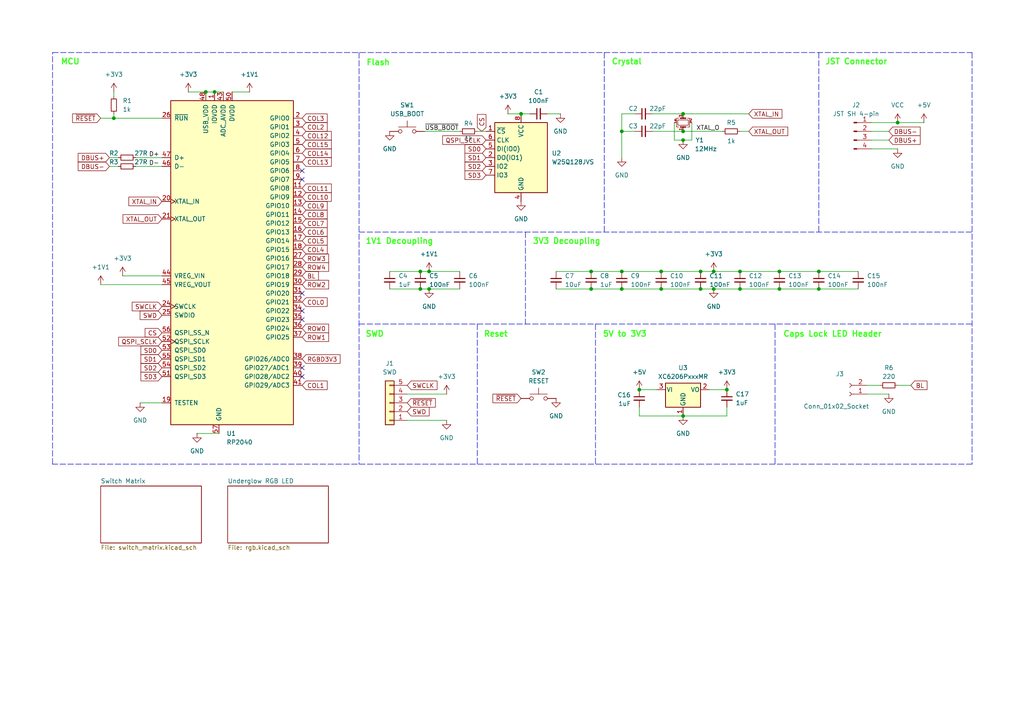
<source format=kicad_sch>
(kicad_sch (version 20231120) (generator "eeschema") (generator_version "8.0")
  (paper "A4")
  (title_block (title "Desire65 - 65% Hotswap PCB") (date "2024-05-18") (rev "1.0"))
  (lib_symbols
    (symbol "Connector:Conn_01x02_Socket" (pin_names (offset 1.016) hide)
      (property "Reference" "J" (at 0 2.54 0))
      (property "Value" "Conn_01x02_Socket" (at 0 -5.08 0))
      (symbol "Conn_01x02_Socket_1_1"
        (arc (start 0 -2.032) (mid -0.5058 -2.54) (end 0 -3.048) (stroke (width 0.1524)))
        (polyline (pts (xy -1.27 -2.54) (xy -0.508 -2.54)) (stroke (width 0.1524)))
        (polyline (pts (xy -1.27 0) (xy -0.508 0)) (stroke (width 0.1524)))
        (arc (start 0 0.508) (mid -0.5058 0) (end 0 -0.508) (stroke (width 0.1524)))
        (pin passive line (at -5.08 0 0) (length 3.81) (name "Pin_1") (number "1"))
        (pin passive line (at -5.08 -2.54 0) (length 3.81) (name "Pin_2") (number "2"))
      )
    )
    (symbol "Connector:Conn_01x04_Pin" (pin_names (offset 1.016) hide)
      (property "Reference" "J" (at 0 5.08 0))
      (property "Value" "Conn_01x04_Pin" (at 0 -7.62 0))
      (symbol "Conn_01x04_Pin_1_1"
        (polyline (pts (xy 1.27 -5.08) (xy 0.8636 -5.08)) (stroke (width 0.1524)))
        (polyline (pts (xy 1.27 -2.54) (xy 0.8636 -2.54)) (stroke (width 0.1524)))
        (polyline (pts (xy 1.27 0) (xy 0.8636 0)) (stroke (width 0.1524)))
        (polyline (pts (xy 1.27 2.54) (xy 0.8636 2.54)) (stroke (width 0.1524)))
        (rectangle (start 0.8636 -4.953) (end 0 -5.207) (stroke (width 0.1524)) (fill (type outline)))
        (rectangle (start 0.8636 -2.413) (end 0 -2.667) (stroke (width 0.1524)) (fill (type outline)))
        (rectangle (start 0.8636 0.127) (end 0 -0.127) (stroke (width 0.1524)) (fill (type outline)))
        (rectangle (start 0.8636 2.667) (end 0 2.413) (stroke (width 0.1524)) (fill (type outline)))
        (pin passive line (at 5.08 2.54 180) (length 3.81) (name "Pin_1") (number "1"))
        (pin passive line (at 5.08 0 180) (length 3.81) (name "Pin_2") (number "2"))
        (pin passive line (at 5.08 -2.54 180) (length 3.81) (name "Pin_3") (number "3"))
        (pin passive line (at 5.08 -5.08 180) (length 3.81) (name "Pin_4") (number "4"))
      )
    )
    (symbol "Connector_Generic:Conn_01x05" (pin_names (offset 1.016) hide)
      (property "Reference" "J" (at 0 7.62 0))
      (property "Value" "Conn_01x05" (at 0 -7.62 0))
      (symbol "Conn_01x05_1_1"
        (rectangle (start -1.27 -4.953) (end 0 -5.207) (stroke (width 0.1524)))
        (rectangle (start -1.27 -2.413) (end 0 -2.667) (stroke (width 0.1524)))
        (rectangle (start -1.27 0.127) (end 0 -0.127) (stroke (width 0.1524)))
        (rectangle (start -1.27 2.667) (end 0 2.413) (stroke (width 0.1524)))
        (rectangle (start -1.27 5.207) (end 0 4.953) (stroke (width 0.1524)))
        (rectangle (start -1.27 6.35) (end 1.27 -6.35) (stroke (width 0.254)) (fill (type background)))
        (pin passive line (at -5.08 5.08 0) (length 3.81) (name "Pin_1") (number "1"))
        (pin passive line (at -5.08 2.54 0) (length 3.81) (name "Pin_2") (number "2"))
        (pin passive line (at -5.08 0 0) (length 3.81) (name "Pin_3") (number "3"))
        (pin passive line (at -5.08 -2.54 0) (length 3.81) (name "Pin_4") (number "4"))
        (pin passive line (at -5.08 -5.08 0) (length 3.81) (name "Pin_5") (number "5"))
      )
    )
    (symbol "Device:C_Small" (pin_numbers hide) (pin_names (offset 0.254) hide)
      (property "Reference" "C" (at 0.254 1.778 0))
      (property "Value" "C_Small" (at 0.254 -2.032 0))
      (symbol "C_Small_0_1"
        (polyline (pts (xy -1.524 -0.508) (xy 1.524 -0.508)) (stroke (width 0.3302)))
        (polyline (pts (xy -1.524 0.508) (xy 1.524 0.508)) (stroke (width 0.3048)))
      )
      (symbol "C_Small_1_1"
        (pin passive line (at 0 2.54 270) (length 2.032) (name "~") (number "1"))
        (pin passive line (at 0 -2.54 90) (length 2.032) (name "~") (number "2"))
      )
    )
    (symbol "Device:Crystal_GND24_Small" (pin_names (offset 1.016) hide)
      (property "Reference" "Y" (at 1.27 4.445 0))
      (property "Value" "Crystal_GND24_Small" (at 1.27 2.54 0))
      (symbol "Crystal_GND24_Small_0_1"
        (rectangle (start -0.762 -1.524) (end 0.762 1.524))
        (polyline (pts (xy -1.27 -0.762) (xy -1.27 0.762)) (stroke (width 0.381)))
        (polyline (pts (xy 1.27 -0.762) (xy 1.27 0.762)) (stroke (width 0.381)))
        (polyline (pts (xy -1.27 -1.27) (xy -1.27 -1.905) (xy 1.27 -1.905) (xy 1.27 -1.27)))
        (polyline (pts (xy -1.27 1.27) (xy -1.27 1.905) (xy 1.27 1.905) (xy 1.27 1.27)))
      )
      (symbol "Crystal_GND24_Small_1_1"
        (pin passive line (at -2.54 0 0) (length 1.27) (name "1") (number "1"))
        (pin passive line (at 0 -2.54 90) (length 0.635) (name "2") (number "2"))
        (pin passive line (at 2.54 0 180) (length 1.27) (name "3") (number "3"))
        (pin passive line (at 0 2.54 270) (length 0.635) (name "4") (number "4"))
      )
    )
    (symbol "Device:R_Small" (pin_numbers hide) (pin_names (offset 0.254) hide)
      (property "Reference" "R" (at 0.762 0.508 0))
      (property "Value" "R_Small" (at 0.762 -1.016 0))
      (symbol "R_Small_0_1"
        (rectangle (start -0.762 1.778) (end 0.762 -1.778) (stroke (width 0.2032)))
      )
      (symbol "R_Small_1_1"
        (pin passive line (at 0 2.54 270) (length 0.762) (name "~") (number "1"))
        (pin passive line (at 0 -2.54 90) (length 0.762) (name "~") (number "2"))
      )
    )
    (symbol "Memory_Flash:W25Q128JVS"
      (property "Reference" "U" (at -8.89 8.89 0))
      (property "Value" "W25Q128JVS" (at 7.62 8.89 0))
      (symbol "W25Q128JVS_0_1"
        (rectangle (start -7.62 10.16) (end 7.62 -10.16) (stroke (width 0.254)) (fill (type background)))
      )
      (symbol "W25Q128JVS_1_1"
        (pin input line (at -10.16 7.62 0) (length 2.54) (name "~{CS}") (number "1"))
        (pin bidirectional line (at -10.16 0 0) (length 2.54) (name "DO(IO1)") (number "2"))
        (pin bidirectional line (at -10.16 -2.54 0) (length 2.54) (name "IO2") (number "3"))
        (pin power_in line (at 0 -12.7 90) (length 2.54) (name "GND") (number "4"))
        (pin bidirectional line (at -10.16 2.54 0) (length 2.54) (name "DI(IO0)") (number "5"))
        (pin input line (at -10.16 5.08 0) (length 2.54) (name "CLK") (number "6"))
        (pin bidirectional line (at -10.16 -5.08 0) (length 2.54) (name "IO3") (number "7"))
        (pin power_in line (at 0 12.7 270) (length 2.54) (name "VCC") (number "8"))
      )
    )
    (symbol "Regulator_Linear:XC6206PxxxMR" (pin_names (offset 0.254))
      (property "Reference" "U" (at -3.81 3.175 0))
      (property "Value" "XC6206PxxxMR" (at 0 3.175 0))
      (symbol "XC6206PxxxMR_0_1"
        (rectangle (start -5.08 1.905) (end 5.08 -5.08) (stroke (width 0.254)) (fill (type background)))
      )
      (symbol "XC6206PxxxMR_1_1"
        (pin power_in line (at 0 -7.62 90) (length 2.54) (name "GND") (number "1"))
        (pin power_out line (at 7.62 0 180) (length 2.54) (name "VO") (number "2"))
        (pin power_in line (at -7.62 0 0) (length 2.54) (name "VI") (number "3"))
      )
    )
    (symbol "Sleep-lib:RP2040" (pin_names (offset 1.016))
      (property "Reference" "U" (at 8.89 51.435 0))
      (property "Value" "RP2040" (at 8.89 48.895 0))
      (symbol "RP2040_0_0"
        (rectangle (start -17.78 -45.72) (end 17.78 48.26) (stroke (width 0.254)) (fill (type background)))
      )
      (symbol "RP2040_1_1"
        (pin power_in line (at -5.08 50.8 270) (length 2.54) (name "IOVDD") (number "1"))
        (pin power_in line (at -5.08 50.8 270) (length 2.54) hide (name "IOVDD") (number "10"))
        (pin input line (at 20.32 22.86 180) (length 2.54) (name "GPIO8") (number "11"))
        (pin input line (at 20.32 20.32 180) (length 2.54) (name "GPIO9") (number "12"))
        (pin input line (at 20.32 17.78 180) (length 2.54) (name "GPIO10") (number "13"))
        (pin input line (at 20.32 15.24 180) (length 2.54) (name "GPIO11") (number "14"))
        (pin input line (at 20.32 12.7 180) (length 2.54) (name "GPIO12") (number "15"))
        (pin input line (at 20.32 10.16 180) (length 2.54) (name "GPIO13") (number "16"))
        (pin input line (at 20.32 7.62 180) (length 2.54) (name "GPIO14") (number "17"))
        (pin input line (at 20.32 5.08 180) (length 2.54) (name "GPIO15") (number "18"))
        (pin input line (at -20.32 -39.37 0) (length 2.54) (name "TESTEN") (number "19"))
        (pin input line (at 20.32 43.18 180) (length 2.54) (name "GPIO0") (number "2"))
        (pin input clock (at -20.32 19.05 0) (length 2.54) (name "XTAL_IN") (number "20"))
        (pin input clock (at -20.32 13.97 0) (length 2.54) (name "XTAL_OUT") (number "21"))
        (pin power_in line (at -5.08 50.8 270) (length 2.54) hide (name "IOVDD") (number "22"))
        (pin power_in line (at 0 50.8 270) (length 2.54) hide (name "DVDD") (number "23"))
        (pin input clock (at -20.32 -11.43 0) (length 2.54) (name "SWCLK") (number "24"))
        (pin bidirectional line (at -20.32 -13.97 0) (length 2.54) (name "SWDIO") (number "25"))
        (pin input line (at -20.32 43.18 0) (length 2.54) (name "~{RUN}") (number "26"))
        (pin input line (at 20.32 2.54 180) (length 2.54) (name "GPIO16") (number "27"))
        (pin input line (at 20.32 0 180) (length 2.54) (name "GPIO17") (number "28"))
        (pin input line (at 20.32 -2.54 180) (length 2.54) (name "GPIO18") (number "29"))
        (pin input line (at 20.32 40.64 180) (length 2.54) (name "GPIO1") (number "3"))
        (pin input line (at 20.32 -5.08 180) (length 2.54) (name "GPIO19") (number "30"))
        (pin input line (at 20.32 -7.62 180) (length 2.54) (name "GPIO20") (number "31"))
        (pin input line (at 20.32 -10.16 180) (length 2.54) (name "GPIO21") (number "32"))
        (pin power_in line (at -5.08 50.8 270) (length 2.54) hide (name "IOVDD") (number "33"))
        (pin input line (at 20.32 -12.7 180) (length 2.54) (name "GPIO22") (number "34"))
        (pin input line (at 20.32 -15.24 180) (length 2.54) (name "GPIO23") (number "35"))
        (pin input line (at 20.32 -17.78 180) (length 2.54) (name "GPIO24") (number "36"))
        (pin input line (at 20.32 -20.32 180) (length 2.54) (name "GPIO25") (number "37"))
        (pin input line (at 20.32 -26.67 180) (length 2.54) (name "GPIO26/ADC0") (number "38"))
        (pin input line (at 20.32 -29.21 180) (length 2.54) (name "GPIO27/ADC1") (number "39"))
        (pin input line (at 20.32 38.1 180) (length 2.54) (name "GPIO2") (number "4"))
        (pin input line (at 20.32 -31.75 180) (length 2.54) (name "GPIO28/ADC2") (number "40"))
        (pin input line (at 20.32 -34.29 180) (length 2.54) (name "GPIO29/ADC3") (number "41"))
        (pin power_in line (at -5.08 50.8 270) (length 2.54) hide (name "IOVDD") (number "42"))
        (pin power_in line (at -2.54 50.8 270) (length 2.54) (name "ADC_AVDD") (number "43"))
        (pin power_in line (at -20.32 -2.54 0) (length 2.54) (name "VREG_VIN") (number "44"))
        (pin power_out line (at -20.32 -5.08 0) (length 2.54) (name "VREG_VOUT") (number "45"))
        (pin bidirectional line (at -20.32 29.21 0) (length 2.54) (name "D-") (number "46"))
        (pin bidirectional line (at -20.32 31.75 0) (length 2.54) (name "D+") (number "47"))
        (pin power_in line (at -7.62 50.8 270) (length 2.54) (name "USB_VDD") (number "48"))
        (pin power_in line (at -5.08 50.8 270) (length 2.54) hide (name "IOVDD") (number "49"))
        (pin input line (at 20.32 35.56 180) (length 2.54) (name "GPIO3") (number "5"))
        (pin power_in line (at 0 50.8 270) (length 2.54) (name "DVDD") (number "50"))
        (pin bidirectional line (at -20.32 -31.75 0) (length 2.54) (name "QSPI_SD3") (number "51"))
        (pin input clock (at -20.32 -21.59 0) (length 2.54) (name "QSPI_SCLK") (number "52"))
        (pin bidirectional line (at -20.32 -24.13 0) (length 2.54) (name "QSPI_SD0") (number "53"))
        (pin bidirectional line (at -20.32 -29.21 0) (length 2.54) (name "QSPI_SD2") (number "54"))
        (pin bidirectional line (at -20.32 -26.67 0) (length 2.54) (name "QSPI_SD1") (number "55"))
        (pin bidirectional line (at -20.32 -19.05 0) (length 2.54) (name "QSPI_SS_N") (number "56"))
        (pin power_in line (at -3.81 -48.26 90) (length 2.54) (name "GND") (number "57"))
        (pin input line (at 20.32 33.02 180) (length 2.54) (name "GPIO4") (number "6"))
        (pin input line (at 20.32 30.48 180) (length 2.54) (name "GPIO5") (number "7"))
        (pin input line (at 20.32 27.94 180) (length 2.54) (name "GPIO6") (number "8"))
        (pin input line (at 20.32 25.4 180) (length 2.54) (name "GPIO7") (number "9"))
      )
    )
    (symbol "Switch:SW_Push" (pin_numbers hide) (pin_names (offset 1.016) hide)
      (property "Reference" "SW" (at 1.27 2.54 0))
      (property "Value" "SW_Push" (at 0 -1.524 0))
      (symbol "SW_Push_0_1"
        (circle (center -2.032 0) (radius 0.508))
        (polyline (pts (xy 0 1.27) (xy 0 3.048)))
        (polyline (pts (xy 2.54 1.27) (xy -2.54 1.27)))
        (circle (center 2.032 0) (radius 0.508))
        (pin passive line (at -5.08 0 0) (length 2.54) (name "1") (number "1"))
        (pin passive line (at 5.08 0 180) (length 2.54) (name "2") (number "2"))
      )
    )
    (symbol "power:+1V1" (power) (pin_numbers hide) (pin_names (offset 0) hide)
      (property "Value" "+1V1" (at 0 3.556 0))
      (symbol "+1V1_0_1"
        (polyline (pts (xy -0.762 1.27) (xy 0 2.54)))
        (polyline (pts (xy 0 0) (xy 0 2.54)))
        (polyline (pts (xy 0 2.54) (xy 0.762 1.27)))
      )
      (symbol "+1V1_1_1"
        (pin power_in line (at 0 0 90) (length 0) (name "~") (number "1"))
      )
    )
    (symbol "power:+3V3" (power) (pin_numbers hide) (pin_names (offset 0) hide)
      (property "Value" "+3V3" (at 0 3.556 0))
      (symbol "+3V3_0_1"
        (polyline (pts (xy -0.762 1.27) (xy 0 2.54)))
        (polyline (pts (xy 0 0) (xy 0 2.54)))
        (polyline (pts (xy 0 2.54) (xy 0.762 1.27)))
      )
      (symbol "+3V3_1_1"
        (pin power_in line (at 0 0 90) (length 0) (name "~") (number "1"))
      )
    )
    (symbol "power:+5V" (power) (pin_numbers hide) (pin_names (offset 0) hide)
      (property "Value" "+5V" (at 0 3.556 0))
      (symbol "+5V_0_1"
        (polyline (pts (xy -0.762 1.27) (xy 0 2.54)))
        (polyline (pts (xy 0 0) (xy 0 2.54)))
        (polyline (pts (xy 0 2.54) (xy 0.762 1.27)))
      )
      (symbol "+5V_1_1"
        (pin power_in line (at 0 0 90) (length 0) (name "~") (number "1"))
      )
    )
    (symbol "power:GND" (power) (pin_numbers hide) (pin_names (offset 0) hide)
      (property "Value" "GND" (at 0 -3.81 0))
      (symbol "GND_0_1"
        (polyline (pts (xy 0 0) (xy 0 -1.27) (xy 1.27 -1.27) (xy 0 -2.54) (xy -1.27 -1.27) (xy 0 -1.27)))
      )
      (symbol "GND_1_1"
        (pin power_in line (at 0 0 270) (length 0) (name "~") (number "1"))
      )
    )
    (symbol "power:VCC" (power) (pin_numbers hide) (pin_names (offset 0) hide)
      (property "Value" "VCC" (at 0 3.556 0))
      (symbol "VCC_0_1"
        (polyline (pts (xy -0.762 1.27) (xy 0 2.54)))
        (polyline (pts (xy 0 0) (xy 0 2.54)))
        (polyline (pts (xy 0 2.54) (xy 0.762 1.27)))
      )
      (symbol "VCC_1_1"
        (pin power_in line (at 0 0 90) (length 0) (name "~") (number "1"))
      )
    )
  )
  (junction (at 203.2 83.82))
  (junction (at 198.12 120.65))
  (junction (at 191.77 78.74))
  (junction (at 180.34 38.1))
  (junction (at 226.06 83.82))
  (junction (at 121.92 83.82))
  (junction (at 198.12 38.1))
  (junction (at 171.45 78.74))
  (junction (at 180.34 78.74))
  (junction (at 207.01 78.74))
  (junction (at 214.63 83.82))
  (junction (at 203.2 78.74))
  (junction (at 185.42 113.03))
  (junction (at 180.34 83.82))
  (junction (at 191.77 83.82))
  (junction (at 121.92 78.74))
  (junction (at 210.82 113.03))
  (junction (at 237.49 83.82))
  (junction (at 237.49 78.74))
  (junction (at 33.02 34.29))
  (junction (at 214.63 78.74))
  (junction (at 151.13 33.02))
  (junction (at 260.35 35.56))
  (junction (at 124.46 83.82))
  (junction (at 59.69 26.67))
  (junction (at 124.46 78.74))
  (junction (at 207.01 83.82))
  (junction (at 198.12 40.64))
  (junction (at 171.45 83.82))
  (junction (at 62.23 26.67))
  (junction (at 226.06 78.74))
  (junction (at 198.12 33.02))
  (no_connect (at 87.63 90.17))
  (no_connect (at 87.63 109.22))
  (no_connect (at 87.63 106.68))
  (no_connect (at 87.63 52.07))
  (no_connect (at 87.63 49.53))
  (no_connect (at 87.63 85.09))
  (no_connect (at 87.63 92.71))
  (polyline (pts (xy 138.43 93.98) (xy 138.43 134.62)) (stroke (width 0) (type dash)))
  (wire (pts (xy 189.23 33.02) (xy 198.12 33.02)))
  (polyline (pts (xy 104.14 67.31) (xy 281.94 67.31)) (stroke (width 0) (type dash)))
  (wire (pts (xy 237.49 83.82) (xy 248.92 83.82)))
  (wire (pts (xy 180.34 78.74) (xy 191.77 78.74)))
  (wire (pts (xy 195.58 40.64) (xy 198.12 40.64)))
  (wire (pts (xy 210.82 120.65) (xy 210.82 118.11)))
  (wire (pts (xy 200.66 40.64) (xy 200.66 35.56)))
  (wire (pts (xy 35.56 80.01) (xy 46.99 80.01)))
  (wire (pts (xy 57.15 125.73) (xy 63.5 125.73)))
  (wire (pts (xy 252.73 43.18) (xy 260.35 43.18)))
  (wire (pts (xy 133.35 38.1) (xy 123.19 38.1)))
  (wire (pts (xy 198.12 40.64) (xy 200.66 40.64)))
  (wire (pts (xy 237.49 78.74) (xy 248.92 78.74)))
  (polyline (pts (xy 15.24 15.24) (xy 281.94 15.24)) (stroke (width 0) (type dash)))
  (wire (pts (xy 226.06 78.74) (xy 237.49 78.74)))
  (wire (pts (xy 158.75 33.02) (xy 162.56 33.02)))
  (wire (pts (xy 207.01 78.74) (xy 214.63 78.74)))
  (wire (pts (xy 198.12 120.65) (xy 210.82 120.65)))
  (wire (pts (xy 59.69 26.67) (xy 62.23 26.67)))
  (wire (pts (xy 29.21 34.29) (xy 33.02 34.29)))
  (wire (pts (xy 118.11 121.92) (xy 129.54 121.92)))
  (wire (pts (xy 121.92 78.74) (xy 124.46 78.74)))
  (wire (pts (xy 214.63 83.82) (xy 226.06 83.82)))
  (wire (pts (xy 251.46 111.76) (xy 255.27 111.76)))
  (wire (pts (xy 124.46 83.82) (xy 133.35 83.82)))
  (wire (pts (xy 180.34 38.1) (xy 180.34 45.72)))
  (wire (pts (xy 54.61 26.67) (xy 59.69 26.67)))
  (wire (pts (xy 40.64 116.84) (xy 46.99 116.84)))
  (wire (pts (xy 124.46 78.74) (xy 133.35 78.74)))
  (wire (pts (xy 198.12 33.02) (xy 217.17 33.02)))
  (wire (pts (xy 252.73 40.64) (xy 257.81 40.64)))
  (wire (pts (xy 191.77 83.82) (xy 203.2 83.82)))
  (wire (pts (xy 138.43 38.1) (xy 140.97 38.1)))
  (wire (pts (xy 203.2 78.74) (xy 207.01 78.74)))
  (wire (pts (xy 33.02 26.67) (xy 33.02 27.94)))
  (polyline (pts (xy 175.26 15.24) (xy 175.26 67.31)) (stroke (width 0) (type dash)))
  (polyline (pts (xy 15.24 134.62) (xy 15.24 15.24)) (stroke (width 0) (type dash)))
  (wire (pts (xy 185.42 118.11) (xy 185.42 120.65)))
  (wire (pts (xy 147.32 33.02) (xy 151.13 33.02)))
  (wire (pts (xy 184.15 33.02) (xy 180.34 33.02)))
  (wire (pts (xy 31.75 45.72) (xy 34.29 45.72)))
  (wire (pts (xy 161.29 83.82) (xy 171.45 83.82)))
  (wire (pts (xy 161.29 78.74) (xy 171.45 78.74)))
  (wire (pts (xy 33.02 33.02) (xy 33.02 34.29)))
  (wire (pts (xy 185.42 113.03) (xy 190.5 113.03)))
  (wire (pts (xy 198.12 38.1) (xy 209.55 38.1)))
  (polyline (pts (xy 224.79 93.98) (xy 224.79 134.62)) (stroke (width 0) (type dash)))
  (wire (pts (xy 39.37 48.26) (xy 46.99 48.26)))
  (wire (pts (xy 29.21 82.55) (xy 46.99 82.55)))
  (wire (pts (xy 252.73 35.56) (xy 260.35 35.56)))
  (wire (pts (xy 191.77 78.74) (xy 203.2 78.74)))
  (polyline (pts (xy 281.94 134.62) (xy 15.24 134.62)) (stroke (width 0) (type dash)))
  (wire (pts (xy 252.73 38.1) (xy 257.81 38.1)))
  (wire (pts (xy 171.45 83.82) (xy 180.34 83.82)))
  (wire (pts (xy 31.75 48.26) (xy 34.29 48.26)))
  (wire (pts (xy 185.42 120.65) (xy 198.12 120.65)))
  (wire (pts (xy 180.34 33.02) (xy 180.34 38.1)))
  (polyline (pts (xy 172.72 93.98) (xy 172.72 134.62)) (stroke (width 0) (type dash)))
  (wire (pts (xy 260.35 35.56) (xy 267.97 35.56)))
  (polyline (pts (xy 281.94 15.24) (xy 281.94 134.62)) (stroke (width 0) (type dash)))
  (wire (pts (xy 151.13 33.02) (xy 153.67 33.02)))
  (polyline (pts (xy 104.14 15.24) (xy 104.14 134.62)) (stroke (width 0) (type dash)))
  (wire (pts (xy 214.63 38.1) (xy 217.17 38.1)))
  (wire (pts (xy 189.23 38.1) (xy 198.12 38.1)))
  (wire (pts (xy 171.45 78.74) (xy 180.34 78.74)))
  (wire (pts (xy 33.02 34.29) (xy 46.99 34.29)))
  (wire (pts (xy 207.01 83.82) (xy 214.63 83.82)))
  (wire (pts (xy 118.11 114.3) (xy 129.54 114.3)))
  (wire (pts (xy 62.23 26.67) (xy 64.77 26.67)))
  (wire (pts (xy 67.31 26.67) (xy 72.39 26.67)))
  (wire (pts (xy 260.35 111.76) (xy 264.16 111.76)))
  (wire (pts (xy 180.34 83.82) (xy 191.77 83.82)))
  (wire (pts (xy 39.37 45.72) (xy 46.99 45.72)))
  (wire (pts (xy 205.74 113.03) (xy 210.82 113.03)))
  (wire (pts (xy 203.2 83.82) (xy 207.01 83.82)))
  (wire (pts (xy 195.58 35.56) (xy 195.58 40.64)))
  (wire (pts (xy 251.46 114.3) (xy 257.81 114.3)))
  (wire (pts (xy 121.92 83.82) (xy 124.46 83.82)))
  (polyline (pts (xy 237.49 15.24) (xy 237.49 67.31)) (stroke (width 0) (type dash)))
  (polyline (pts (xy 152.4 67.31) (xy 152.4 93.98)) (stroke (width 0) (type dash)))
  (wire (pts (xy 113.03 83.82) (xy 121.92 83.82)))
  (wire (pts (xy 113.03 78.74) (xy 121.92 78.74)))
  (wire (pts (xy 214.63 78.74) (xy 226.06 78.74)))
  (polyline (pts (xy 104.14 93.98) (xy 281.94 93.98)) (stroke (width 0) (type dash)))
  (wire (pts (xy 180.34 38.1) (xy 184.15 38.1)))
  (wire (pts (xy 226.06 83.82) (xy 237.49 83.82)))
  (text "JST Connector" (at 239.268 18.034 0) (effects (font (size 1.651 1.651) (thickness 0.3302) (bold yes)) (justify left)))
  (text "5V to 3V3" (at 174.752 97.028 0) (effects (font (size 1.651 1.651) (thickness 0.3302) (bold yes)) (justify left)))
  (text "SWD" (at 105.918 97.028 0) (effects (font (size 1.651 1.651) (thickness 0.3302) (bold yes)) (justify left)))
  (text "MCU" (at 17.526 18.034 0) (effects (font (size 1.651 1.651) (thickness 0.3302) (bold yes)) (justify left)))
  (text "Caps Lock LED Header" (at 227.076 97.028 0) (effects (font (size 1.651 1.651) (thickness 0.3302) (bold yes)) (justify left)))
  (text "1V1 Decoupling" (at 105.918 70.104 0) (effects (font (size 1.651 1.651) (thickness 0.3302) (bold yes)) (justify left)))
  (text "Reset" (at 140.208 97.028 0) (effects (font (size 1.651 1.651) (thickness 0.3302) (bold yes)) (justify left)))
  (text "Flash" (at 106.172 18.288 0) (effects (font (size 1.651 1.651) (thickness 0.3302) (bold yes)) (justify left)))
  (text "Crystal" (at 177.292 18.034 0) (effects (font (size 1.651 1.651) (thickness 0.3302) (bold yes)) (justify left)))
  (text "3V3 Decoupling" (at 154.432 70.104 0) (effects (font (size 1.651 1.651) (thickness 0.3302) (bold yes)) (justify left)))
  (label "D+" (at 43.18 45.72 0))
  (label "D-" (at 43.18 48.26 0))
  (label "XTAL_O" (at 201.93 38.1 0))
  (label "~{USB_BOOT}" (at 123.19 38.1 0))
  (global_label "SWCLK" (shape input) (at 46.99 88.9 180) (property "Intersheetrefs" "${INTERSHEET_REFS}" (effects (hide yes))))
  (global_label "ROW1" (shape input) (at 87.63 97.79 0) (property "Intersheetrefs" "${INTERSHEET_REFS}" (effects (hide yes))))
  (global_label "COL2" (shape input) (at 87.63 36.83 0) (property "Intersheetrefs" "${INTERSHEET_REFS}" (effects (hide yes))))
  (global_label "COL6" (shape input) (at 87.63 67.31 0) (property "Intersheetrefs" "${INTERSHEET_REFS}" (effects (hide yes))))
  (global_label "COL4" (shape input) (at 87.63 72.39 0) (property "Intersheetrefs" "${INTERSHEET_REFS}" (effects (hide yes))))
  (global_label "SD1" (shape input) (at 46.99 104.14 180) (property "Intersheetrefs" "${INTERSHEET_REFS}" (effects (hide yes))))
  (global_label "COL15" (shape input) (at 87.63 41.91 0) (property "Intersheetrefs" "${INTERSHEET_REFS}" (effects (hide yes))))
  (global_label "DBUS-" (shape input) (at 257.81 38.1 0) (property "Intersheetrefs" "${INTERSHEET_REFS}" (effects (hide yes))))
  (global_label "SD2" (shape input) (at 140.97 48.26 180) (property "Intersheetrefs" "${INTERSHEET_REFS}" (effects (hide yes))))
  (global_label "COL10" (shape input) (at 87.63 57.15 0) (property "Intersheetrefs" "${INTERSHEET_REFS}" (effects (hide yes))))
  (global_label "SD3" (shape input) (at 46.99 109.22 180) (property "Intersheetrefs" "${INTERSHEET_REFS}" (effects (hide yes))))
  (global_label "BL" (shape input) (at 264.16 111.76 0) (property "Intersheetrefs" "${INTERSHEET_REFS}" (effects (hide yes))))
  (global_label "ROW4" (shape input) (at 87.63 77.47 0) (property "Intersheetrefs" "${INTERSHEET_REFS}" (effects (hide yes))))
  (global_label "COL5" (shape input) (at 87.63 69.85 0) (property "Intersheetrefs" "${INTERSHEET_REFS}" (effects (hide yes))))
  (global_label "COL3" (shape input) (at 87.63 34.29 0) (property "Intersheetrefs" "${INTERSHEET_REFS}" (effects (hide yes))))
  (global_label "RGBD3V3" (shape input) (at 87.63 104.14 0) (property "Intersheetrefs" "${INTERSHEET_REFS}" (effects (hide yes))))
  (global_label "COL14" (shape input) (at 87.63 44.45 0) (property "Intersheetrefs" "${INTERSHEET_REFS}" (effects (hide yes))))
  (global_label "SD3" (shape input) (at 140.97 50.8 180) (property "Intersheetrefs" "${INTERSHEET_REFS}" (effects (hide yes))))
  (global_label "SWCLK" (shape input) (at 118.11 111.76 0) (property "Intersheetrefs" "${INTERSHEET_REFS}" (effects (hide yes))))
  (global_label "BL" (shape input) (at 87.63 80.01 0) (property "Intersheetrefs" "${INTERSHEET_REFS}" (effects (hide yes))))
  (global_label "COL9" (shape input) (at 87.63 59.69 0) (property "Intersheetrefs" "${INTERSHEET_REFS}" (effects (hide yes))))
  (global_label "QSPI_SCLK" (shape input) (at 46.99 99.06 180) (property "Intersheetrefs" "${INTERSHEET_REFS}" (effects (hide yes))))
  (global_label "SD0" (shape input) (at 140.97 43.18 180) (property "Intersheetrefs" "${INTERSHEET_REFS}" (effects (hide yes))))
  (global_label "XTAL_OUT" (shape input) (at 217.17 38.1 0) (property "Intersheetrefs" "${INTERSHEET_REFS}" (effects (hide yes))))
  (global_label "SWD" (shape input) (at 118.11 119.38 0) (property "Intersheetrefs" "${INTERSHEET_REFS}" (effects (hide yes))))
  (global_label "COL8" (shape input) (at 87.63 62.23 0) (property "Intersheetrefs" "${INTERSHEET_REFS}" (effects (hide yes))))
  (global_label "SD2" (shape input) (at 46.99 106.68 180) (property "Intersheetrefs" "${INTERSHEET_REFS}" (effects (hide yes))))
  (global_label "COL13" (shape input) (at 87.63 46.99 0) (property "Intersheetrefs" "${INTERSHEET_REFS}" (effects (hide yes))))
  (global_label "SWD" (shape input) (at 46.99 91.44 180) (property "Intersheetrefs" "${INTERSHEET_REFS}" (effects (hide yes))))
  (global_label "ROW3" (shape input) (at 87.63 74.93 0) (property "Intersheetrefs" "${INTERSHEET_REFS}" (effects (hide yes))))
  (global_label "DBUS-" (shape input) (at 31.75 48.26 180) (property "Intersheetrefs" "${INTERSHEET_REFS}" (effects (hide yes))))
  (global_label "~{RESET}" (shape input) (at 151.13 115.57 180) (property "Intersheetrefs" "${INTERSHEET_REFS}" (effects (hide yes))))
  (global_label "XTAL_OUT" (shape input) (at 46.99 63.5 180) (property "Intersheetrefs" "${INTERSHEET_REFS}" (effects (hide yes))))
  (global_label "SD1" (shape input) (at 140.97 45.72 180) (property "Intersheetrefs" "${INTERSHEET_REFS}" (effects (hide yes))))
  (global_label "COL11" (shape input) (at 87.63 54.61 0) (property "Intersheetrefs" "${INTERSHEET_REFS}" (effects (hide yes))))
  (global_label "COL7" (shape input) (at 87.63 64.77 0) (property "Intersheetrefs" "${INTERSHEET_REFS}" (effects (hide yes))))
  (global_label "COL1" (shape input) (at 87.63 111.76 0) (property "Intersheetrefs" "${INTERSHEET_REFS}" (effects (hide yes))))
  (global_label "CS" (shape input) (at 46.99 96.52 180) (property "Intersheetrefs" "${INTERSHEET_REFS}" (effects (hide yes))))
  (global_label "COL0" (shape input) (at 87.63 87.63 0) (property "Intersheetrefs" "${INTERSHEET_REFS}" (effects (hide yes))))
  (global_label "CS" (shape input) (at 139.7 38.1 90) (property "Intersheetrefs" "${INTERSHEET_REFS}" (effects (hide yes))))
  (global_label "DBUS+" (shape input) (at 257.81 40.64 0) (property "Intersheetrefs" "${INTERSHEET_REFS}" (effects (hide yes))))
  (global_label "ROW0" (shape input) (at 87.63 95.25 0) (property "Intersheetrefs" "${INTERSHEET_REFS}" (effects (hide yes))))
  (global_label "XTAL_IN" (shape input) (at 217.17 33.02 0) (property "Intersheetrefs" "${INTERSHEET_REFS}" (effects (hide yes))))
  (global_label "DBUS+" (shape input) (at 31.75 45.72 180) (property "Intersheetrefs" "${INTERSHEET_REFS}" (effects (hide yes))))
  (global_label "SD0" (shape input) (at 46.99 101.6 180) (property "Intersheetrefs" "${INTERSHEET_REFS}" (effects (hide yes))))
  (global_label "ROW2" (shape input) (at 87.63 82.55 0) (property "Intersheetrefs" "${INTERSHEET_REFS}" (effects (hide yes))))
  (global_label "~{RESET}" (shape input) (at 29.21 34.29 180) (property "Intersheetrefs" "${INTERSHEET_REFS}" (effects (hide yes))))
  (global_label "QSPI_SCLK" (shape input) (at 140.97 40.64 180) (property "Intersheetrefs" "${INTERSHEET_REFS}" (effects (hide yes))))
  (global_label "XTAL_IN" (shape input) (at 46.99 58.42 180) (property "Intersheetrefs" "${INTERSHEET_REFS}" (effects (hide yes))))
  (global_label "COL12" (shape input) (at 87.63 39.37 0) (property "Intersheetrefs" "${INTERSHEET_REFS}" (effects (hide yes))))
  (global_label "~{RESET}" (shape input) (at 118.11 116.84 0) (property "Intersheetrefs" "${INTERSHEET_REFS}" (effects (hide yes))))
  (symbol (lib_id "Device:C_Small") (at 121.92 81.28 0) (unit 1)
    (property "Reference" "C5" (at 124.46 80.0162 0) (effects (justify left)))
    (property "Value" "100nF" (at 124.46 82.5562 0) (effects (justify left)))
    (property "Footprint" "Capacitor_SMD:C_0402_1005Metric" (effects (hide yes)))
    (property "Description" "Unpolarized capacitor, small symbol" (effects (hide yes)))
    (property "LCSC Part" "C1525" (effects (hide yes)))
  )
  (symbol (lib_id "Device:R_Small") (at 212.09 38.1 90) (unit 1)
    (property "Reference" "R5" (at 212.09 35.56 90))
    (property "Value" "1k" (at 212.09 40.894 90))
    (property "Footprint" "Resistor_SMD:R_0402_1005Metric" (effects (hide yes)))
    (property "Description" "Resistor, small symbol" (effects (hide yes)))
    (property "LCSC Part" "C11702" (effects (hide yes)))
  )
  (symbol (lib_id "power:GND") (at 124.46 83.82 0) (unit 1)
    (property "Reference" "#PWR015" (effects (hide yes)))
    (property "Value" "GND" (at 124.46 88.9 0))
    (property "Description" "Power symbol creates a global label with name \"GND\" , ground" (effects (hide yes)))
  )
  (symbol (lib_id "Connector:Conn_01x04_Pin") (at 247.65 38.1 0) (unit 1)
    (property "Reference" "J2" (at 248.285 30.48 0))
    (property "Value" "JST SH 4-pin" (at 248.285 33.02 0))
    (property "Footprint" "Connector_JST:JST_SH_SM04B-SRSS-TB_1x04-1MP_P1.00mm_Horizontal" (effects (hide yes)))
    (property "Description" "Generic connector, single row, 01x04, script generated" (effects (hide yes)))
    (property "LCSC Part" "C371571" (effects (hide yes)))
  )
  (symbol (lib_id "power:GND") (at 180.34 45.72 0) (unit 1)
    (property "Reference" "#PWR012" (effects (hide yes)))
    (property "Value" "GND" (at 180.34 50.8 0))
    (property "Description" "Power symbol creates a global label with name \"GND\" , ground" (effects (hide yes)))
  )
  (symbol (lib_id "power:GND") (at 40.64 116.84 0) (unit 1)
    (property "Reference" "#PWR06" (effects (hide yes)))
    (property "Value" "GND" (at 40.64 121.92 0))
    (property "Description" "Power symbol creates a global label with name \"GND\" , ground" (effects (hide yes)))
  )
  (symbol (lib_id "power:+3V3") (at 129.54 114.3 0) (unit 1)
    (property "Reference" "#PWR021" (effects (hide yes)))
    (property "Value" "+3V3" (at 129.54 109.22 0))
    (property "Description" "Power symbol creates a global label with name \"+3V3\"" (effects (hide yes)))
  )
  (symbol (lib_id "Switch:SW_Push") (at 118.11 38.1 0) (unit 1)
    (property "Reference" "SW1" (at 118.11 30.48 0))
    (property "Value" "USB_BOOT" (at 118.11 33.02 0))
    (property "Footprint" "Button_Switch_SMD:SW_SPST_TL3342" (effects (hide yes)))
    (property "Description" "Push button switch, generic, two pins" (effects (hide yes)))
  )
  (symbol (lib_id "power:GND") (at 161.29 115.57 0) (unit 1)
    (property "Reference" "#PWR036" (effects (hide yes)))
    (property "Value" "GND" (at 161.29 120.65 0))
    (property "Description" "Power symbol creates a global label with name \"GND\" , ground" (effects (hide yes)))
  )
  (symbol (lib_id "Device:C_Small") (at 226.06 81.28 0) (unit 1)
    (property "Reference" "C13" (at 228.6 80.0162 0) (effects (justify left)))
    (property "Value" "100nF" (at 228.6 82.5562 0) (effects (justify left)))
    (property "Footprint" "Capacitor_SMD:C_0402_1005Metric" (effects (hide yes)))
    (property "Description" "Unpolarized capacitor, small symbol" (effects (hide yes)))
    (property "LCSC Part" "C1525" (effects (hide yes)))
  )
  (symbol (lib_id "power:+5V") (at 185.42 113.03 0) (unit 1)
    (property "Reference" "#PWR018" (effects (hide yes)))
    (property "Value" "+5V" (at 185.42 107.95 0))
    (property "Description" "Power symbol creates a global label with name \"+5V\"" (effects (hide yes)))
  )
  (symbol (lib_id "power:GND") (at 129.54 121.92 0) (unit 1)
    (property "Reference" "#PWR022" (effects (hide yes)))
    (property "Value" "GND" (at 129.54 127 0))
    (property "Description" "Power symbol creates a global label with name \"GND\" , ground" (effects (hide yes)))
  )
  (symbol (lib_id "Device:C_Small") (at 133.35 81.28 0) (unit 1)
    (property "Reference" "C6" (at 135.89 80.0162 0) (effects (justify left)))
    (property "Value" "100nF" (at 135.89 82.5562 0) (effects (justify left)))
    (property "Footprint" "Capacitor_SMD:C_0402_1005Metric" (effects (hide yes)))
    (property "Description" "Unpolarized capacitor, small symbol" (effects (hide yes)))
    (property "LCSC Part" "C1525" (effects (hide yes)))
  )
  (symbol (lib_id "Memory_Flash:W25Q128JVS") (at 151.13 45.72 0) (unit 1)
    (property "Reference" "U2" (at 160.02 44.4499 0) (effects (justify left)))
    (property "Value" "W25Q128JVS" (at 160.02 46.9899 0) (effects (justify left)))
    (property "Footprint" "Package_SO:SOIC-8_5.23x5.23mm_P1.27mm" (effects (hide yes)))
    (property "Datasheet" "http://www.winbond.com/resource-files/w25q128jv_dtr%20revc%2003272018%20plus.pdf" (effects (hide yes)))
    (property "Description" "128Mb Serial Flash Memory, Standard/Dual/Quad SPI, SOIC-8" (effects (hide yes)))
    (property "LCSC Part" "C97521" (effects (hide yes)))
  )
  (symbol (lib_id "power:+1V1") (at 29.21 82.55 0) (unit 1)
    (property "Reference" "#PWR05" (effects (hide yes)))
    (property "Value" "+1V1" (at 29.21 77.47 0))
    (property "Description" "Power symbol creates a global label with name \"+1V1\"" (effects (hide yes)))
  )
  (symbol (lib_id "Connector:Conn_01x02_Socket") (at 246.38 114.3 180) (unit 1)
    (property "Reference" "J3" (at 243.586 108.458 0))
    (property "Value" "Conn_01x02_Socket" (at 242.57 117.856 0))
    (property "Footprint" "PCM_marbastlib-mx:LED_MX_3mm" (effects (hide yes)))
    (property "Description" "Generic connector, single row, 01x02, script generated" (effects (hide yes)))
    (property "JLCPCB BOM" "0" (effects (hide yes)))
  )
  (symbol (lib_id "power:GND") (at 198.12 120.65 0) (unit 1)
    (property "Reference" "#PWR020" (effects (hide yes)))
    (property "Value" "GND" (at 198.12 125.73 0))
    (property "Description" "Power symbol creates a global label with name \"GND\" , ground" (effects (hide yes)))
  )
  (symbol (lib_id "Device:C_Small") (at 186.69 38.1 90) (unit 1)
    (property "Reference" "C3" (at 183.642 36.576 90))
    (property "Value" "22pF" (at 190.754 36.576 90))
    (property "Footprint" "Capacitor_SMD:C_0402_1005Metric" (effects (hide yes)))
    (property "Description" "Unpolarized capacitor, small symbol" (effects (hide yes)))
    (property "LCSC Part" "C1555" (effects (hide yes)))
  )
  (symbol (lib_id "power:+3V3") (at 210.82 113.03 0) (unit 1)
    (property "Reference" "#PWR019" (effects (hide yes)))
    (property "Value" "+3V3" (at 210.82 107.95 0))
    (property "Description" "Power symbol creates a global label with name \"+3V3\"" (effects (hide yes)))
  )
  (symbol (lib_id "Device:C_Small") (at 185.42 115.57 0) (unit 1)
    (property "Reference" "C16" (at 179.07 114.554 0) (effects (justify left)))
    (property "Value" "1uF" (at 179.324 117.094 0) (effects (justify left)))
    (property "Footprint" "Capacitor_SMD:C_0402_1005Metric" (effects (hide yes)))
    (property "Description" "Unpolarized capacitor, small symbol" (effects (hide yes)))
    (property "LCSC Part" "C52923" (effects (hide yes)))
  )
  (symbol (lib_id "Device:C_Small") (at 180.34 81.28 0) (unit 1)
    (property "Reference" "C9" (at 182.88 80.0162 0) (effects (justify left)))
    (property "Value" "100nF" (at 182.88 82.5562 0) (effects (justify left)))
    (property "Footprint" "Capacitor_SMD:C_0402_1005Metric" (effects (hide yes)))
    (property "Description" "Unpolarized capacitor, small symbol" (effects (hide yes)))
    (property "LCSC Part" "C1525" (effects (hide yes)))
  )
  (symbol (lib_id "Device:R_Small") (at 257.81 111.76 90) (unit 1)
    (property "Reference" "R6" (at 257.81 106.68 90))
    (property "Value" "220" (at 257.81 109.22 90))
    (property "Footprint" "Resistor_SMD:R_0402_1005Metric" (effects (hide yes)))
    (property "Description" "Resistor, small symbol" (effects (hide yes)))
    (property "LCSC Part" "C25091" (effects (hide yes)))
  )
  (symbol (lib_id "power:+1V1") (at 124.46 78.74 0) (unit 1)
    (property "Reference" "#PWR014" (effects (hide yes)))
    (property "Value" "+1V1" (at 124.46 73.66 0))
    (property "Description" "Power symbol creates a global label with name \"+1V1\"" (effects (hide yes)))
  )
  (symbol (lib_id "power:+3V3") (at 35.56 80.01 0) (unit 1)
    (property "Reference" "#PWR04" (effects (hide yes)))
    (property "Value" "+3V3" (at 35.56 74.93 0))
    (property "Description" "Power symbol creates a global label with name \"+3V3\"" (effects (hide yes)))
  )
  (symbol (lib_id "Sleep-lib:RP2040") (at 67.31 77.47 0) (unit 1)
    (property "Reference" "U1" (at 65.6941 125.73 0) (effects (justify left)))
    (property "Value" "RP2040" (at 65.6941 128.27 0) (effects (justify left)))
    (property "Footprint" "Package_DFN_QFN:RP2040-QFN-56" (effects (hide yes)))
    (property "Datasheet" "https://datasheets.raspberrypi.com/rp2040/rp2040-datasheet.pdf" (effects (hide yes)))
    (property "LCSC Part" "C2040" (effects (hide yes)))
  )
  (symbol (lib_id "power:+1V1") (at 72.39 26.67 0) (unit 1)
    (property "Reference" "#PWR02" (effects (hide yes)))
    (property "Value" "+1V1" (at 72.39 21.59 0))
    (property "Description" "Power symbol creates a global label with name \"+1V1\"" (effects (hide yes)))
  )
  (symbol (lib_id "Device:C_Small") (at 214.63 81.28 0) (unit 1)
    (property "Reference" "C12" (at 217.17 80.0162 0) (effects (justify left)))
    (property "Value" "100nF" (at 217.17 82.5562 0) (effects (justify left)))
    (property "Footprint" "Capacitor_SMD:C_0402_1005Metric" (effects (hide yes)))
    (property "Description" "Unpolarized capacitor, small symbol" (effects (hide yes)))
    (property "LCSC Part" "C1525" (effects (hide yes)))
  )
  (symbol (lib_id "Regulator_Linear:XC6206PxxxMR") (at 198.12 113.03 0) (unit 1)
    (property "Reference" "U3" (at 198.12 106.68 0))
    (property "Value" "XC6206PxxxMR" (at 198.12 109.22 0))
    (property "Footprint" "Package_TO_SOT_SMD:SOT-23" (effects (hide yes)))
    (property "Datasheet" "https://www.torexsemi.com/file/xc6206/XC6206.pdf" (effects (hide yes)))
    (property "Description" "Positive 60-250mA Low Dropout Regulator, Fixed Output, SOT-23" (effects (hide yes)))
    (property "LCSC Part" "C5446" (effects (hide yes)))
  )
  (symbol (lib_id "Device:C_Small") (at 186.69 33.02 90) (unit 1)
    (property "Reference" "C2" (at 183.642 31.496 90))
    (property "Value" "22pF" (at 190.754 31.496 90))
    (property "Footprint" "Capacitor_SMD:C_0402_1005Metric" (effects (hide yes)))
    (property "Description" "Unpolarized capacitor, small symbol" (effects (hide yes)))
    (property "LCSC Part" "C1555" (effects (hide yes)))
  )
  (symbol (lib_id "power:GND") (at 260.35 43.18 0) (unit 1)
    (property "Reference" "#PWR024" (effects (hide yes)))
    (property "Value" "GND" (at 260.35 48.26 0))
    (property "Description" "Power symbol creates a global label with name \"GND\" , ground" (effects (hide yes)))
  )
  (symbol (lib_id "power:GND") (at 198.12 40.64 0) (unit 1)
    (property "Reference" "#PWR013" (effects (hide yes)))
    (property "Value" "GND" (at 198.12 45.72 0))
    (property "Description" "Power symbol creates a global label with name \"GND\" , ground" (effects (hide yes)))
  )
  (symbol (lib_id "power:GND") (at 113.03 38.1 0) (unit 1)
    (property "Reference" "#PWR010" (effects (hide yes)))
    (property "Value" "GND" (at 113.03 43.18 0))
    (property "Description" "Power symbol creates a global label with name \"GND\" , ground" (effects (hide yes)))
  )
  (symbol (lib_id "Device:R_Small") (at 33.02 30.48 0) (unit 1)
    (property "Reference" "R1" (at 35.56 29.2099 0) (effects (justify left)))
    (property "Value" "1k" (at 35.56 31.7499 0) (effects (justify left)))
    (property "Footprint" "Resistor_SMD:R_0402_1005Metric" (effects (hide yes)))
    (property "Description" "Resistor, small symbol" (effects (hide yes)))
    (property "LCSC Part" "C11702" (effects (hide yes)))
  )
  (symbol (lib_id "power:+3V3") (at 207.01 78.74 0) (unit 1)
    (property "Reference" "#PWR016" (effects (hide yes)))
    (property "Value" "+3V3" (at 207.01 73.66 0))
    (property "Description" "Power symbol creates a global label with name \"+3V3\"" (effects (hide yes)))
  )
  (symbol (lib_id "Device:C_Small") (at 161.29 81.28 0) (unit 1)
    (property "Reference" "C7" (at 163.83 80.0162 0) (effects (justify left)))
    (property "Value" "10uF" (at 163.83 82.5562 0) (effects (justify left)))
    (property "Footprint" "Capacitor_SMD:C_0402_1005Metric" (effects (hide yes)))
    (property "Description" "Unpolarized capacitor, small symbol" (effects (hide yes)))
    (property "LCSC Part" "C15525" (effects (hide yes)))
  )
  (symbol (lib_id "power:GND") (at 151.13 58.42 0) (unit 1)
    (property "Reference" "#PWR011" (effects (hide yes)))
    (property "Value" "GND" (at 151.13 63.5 0))
    (property "Description" "Power symbol creates a global label with name \"GND\" , ground" (effects (hide yes)))
  )
  (symbol (lib_id "Switch:SW_Push") (at 156.21 115.57 0) (unit 1)
    (property "Reference" "SW2" (at 156.21 107.95 0))
    (property "Value" "RESET" (at 156.21 110.49 0))
    (property "Footprint" "Button_Switch_SMD:SW_SPST_TL3342" (effects (hide yes)))
    (property "Description" "Push button switch, generic, two pins" (effects (hide yes)))
  )
  (symbol (lib_id "power:GND") (at 57.15 125.73 0) (unit 1)
    (property "Reference" "#PWR07" (effects (hide yes)))
    (property "Value" "GND" (at 57.15 130.81 0))
    (property "Description" "Power symbol creates a global label with name \"GND\" , ground" (effects (hide yes)))
  )
  (symbol (lib_id "Device:C_Small") (at 237.49 81.28 0) (unit 1)
    (property "Reference" "C14" (at 240.03 80.0162 0) (effects (justify left)))
    (property "Value" "100nF" (at 240.03 82.5562 0) (effects (justify left)))
    (property "Footprint" "Capacitor_SMD:C_0402_1005Metric" (effects (hide yes)))
    (property "Description" "Unpolarized capacitor, small symbol" (effects (hide yes)))
    (property "LCSC Part" "C1525" (effects (hide yes)))
  )
  (symbol (lib_id "power:+3V3") (at 33.02 26.67 0) (unit 1)
    (property "Reference" "#PWR01" (effects (hide yes)))
    (property "Value" "+3V3" (at 33.02 21.59 0))
    (property "Description" "Power symbol creates a global label with name \"+3V3\"" (effects (hide yes)))
  )
  (symbol (lib_id "Device:C_Small") (at 156.21 33.02 90) (unit 1)
    (property "Reference" "C1" (at 156.2163 26.67 90))
    (property "Value" "100nF" (at 156.2163 29.21 90))
    (property "Footprint" "Capacitor_SMD:C_0402_1005Metric" (effects (hide yes)))
    (property "Description" "Unpolarized capacitor, small symbol" (effects (hide yes)))
    (property "LCSC Part" "C1525" (effects (hide yes)))
  )
  (symbol (lib_id "Device:R_Small") (at 36.83 48.26 90) (unit 1)
    (property "Reference" "R3" (at 33.02 46.99 90))
    (property "Value" "27R" (at 40.894 46.99 90))
    (property "Footprint" "Resistor_SMD:R_0603_1608Metric" (effects (hide yes)))
    (property "Description" "Resistor, small symbol" (effects (hide yes)))
    (property "LCSC Part" "C25190" (effects (hide yes)))
  )
  (symbol (lib_id "Connector_Generic:Conn_01x05") (at 113.03 116.84 180) (unit 1)
    (property "Reference" "J1" (at 113.03 105.41 0))
    (property "Value" "SWD" (at 113.03 107.95 0))
    (property "Footprint" "Connector_PinSocket_2.54mm:PinSocket_1x05_P2.54mm_Vertical" (effects (hide yes)))
    (property "Description" "Generic connector, single row, 01x05, script generated (kicad-library-utils/schlib/autogen/connector/)" (effects (hide yes)))
    (property "JLCPCB BOM" "0" (effects (hide yes)))
  )
  (symbol (lib_id "power:+5V") (at 267.97 35.56 0) (unit 1)
    (property "Reference" "#PWR023" (effects (hide yes)))
    (property "Value" "+5V" (at 267.97 30.48 0))
    (property "Description" "Power symbol creates a global label with name \"+5V\"" (effects (hide yes)))
  )
  (symbol (lib_id "Device:R_Small") (at 135.89 38.1 90) (unit 1)
    (property "Reference" "R4" (at 135.89 35.814 90))
    (property "Value" "1k" (at 135.89 40.132 90))
    (property "Footprint" "Resistor_SMD:R_0402_1005Metric" (effects (hide yes)))
    (property "Description" "Resistor, small symbol" (effects (hide yes)))
    (property "LCSC Part" "C11702" (effects (hide yes)))
  )
  (symbol (lib_id "Device:R_Small") (at 36.83 45.72 90) (unit 1)
    (property "Reference" "R2" (at 33.02 44.45 90))
    (property "Value" "27R" (at 40.894 44.45 90))
    (property "Footprint" "Resistor_SMD:R_0603_1608Metric" (effects (hide yes)))
    (property "Description" "Resistor, small symbol" (effects (hide yes)))
    (property "LCSC Part" "C25190" (effects (hide yes)))
  )
  (symbol (lib_id "power:+3V3") (at 147.32 33.02 0) (unit 1)
    (property "Reference" "#PWR08" (effects (hide yes)))
    (property "Value" "+3V3" (at 147.32 27.94 0))
    (property "Description" "Power symbol creates a global label with name \"+3V3\"" (effects (hide yes)))
  )
  (symbol (lib_id "power:GND") (at 207.01 83.82 0) (unit 1)
    (property "Reference" "#PWR017" (effects (hide yes)))
    (property "Value" "GND" (at 207.01 88.9 0))
    (property "Description" "Power symbol creates a global label with name \"GND\" , ground" (effects (hide yes)))
  )
  (symbol (lib_id "Device:C_Small") (at 191.77 81.28 0) (unit 1)
    (property "Reference" "C10" (at 194.31 80.0162 0) (effects (justify left)))
    (property "Value" "100nF" (at 194.31 82.5562 0) (effects (justify left)))
    (property "Footprint" "Capacitor_SMD:C_0402_1005Metric" (effects (hide yes)))
    (property "Description" "Unpolarized capacitor, small symbol" (effects (hide yes)))
    (property "LCSC Part" "C1525" (effects (hide yes)))
  )
  (symbol (lib_id "Device:C_Small") (at 248.92 81.28 0) (unit 1)
    (property "Reference" "C15" (at 251.46 80.0162 0) (effects (justify left)))
    (property "Value" "100nF" (at 251.46 82.5562 0) (effects (justify left)))
    (property "Footprint" "Capacitor_SMD:C_0402_1005Metric" (effects (hide yes)))
    (property "Description" "Unpolarized capacitor, small symbol" (effects (hide yes)))
    (property "LCSC Part" "C1525" (effects (hide yes)))
  )
  (symbol (lib_id "power:VCC") (at 260.35 35.56 0) (unit 1)
    (property "Reference" "#PWR025" (effects (hide yes)))
    (property "Value" "VCC" (at 260.35 30.48 0))
    (property "Description" "Power symbol creates a global label with name \"VCC\"" (effects (hide yes)))
  )
  (symbol (lib_id "Device:C_Small") (at 113.03 81.28 0) (unit 1)
    (property "Reference" "C4" (at 115.57 80.0162 0) (effects (justify left)))
    (property "Value" "1uF" (at 115.57 82.5562 0) (effects (justify left)))
    (property "Footprint" "Capacitor_SMD:C_0402_1005Metric" (effects (hide yes)))
    (property "Description" "Unpolarized capacitor, small symbol" (effects (hide yes)))
    (property "LCSC Part" "C52923" (effects (hide yes)))
  )
  (symbol (lib_id "Device:C_Small") (at 203.2 81.28 0) (unit 1)
    (property "Reference" "C11" (at 205.74 80.0162 0) (effects (justify left)))
    (property "Value" "100nF" (at 205.74 82.5562 0) (effects (justify left)))
    (property "Footprint" "Capacitor_SMD:C_0402_1005Metric" (effects (hide yes)))
    (property "Description" "Unpolarized capacitor, small symbol" (effects (hide yes)))
    (property "LCSC Part" "C1525" (effects (hide yes)))
  )
  (symbol (lib_id "Device:C_Small") (at 171.45 81.28 0) (unit 1)
    (property "Reference" "C8" (at 173.99 80.0162 0) (effects (justify left)))
    (property "Value" "1uF" (at 173.99 82.5562 0) (effects (justify left)))
    (property "Footprint" "Capacitor_SMD:C_0402_1005Metric" (effects (hide yes)))
    (property "Description" "Unpolarized capacitor, small symbol" (effects (hide yes)))
    (property "LCSC Part" "C52923" (effects (hide yes)))
  )
  (symbol (lib_id "power:GND") (at 162.56 33.02 0) (unit 1)
    (property "Reference" "#PWR09" (effects (hide yes)))
    (property "Value" "GND" (at 162.56 38.1 0))
    (property "Description" "Power symbol creates a global label with name \"GND\" , ground" (effects (hide yes)))
  )
  (symbol (lib_id "Device:C_Small") (at 210.82 115.57 0) (unit 1)
    (property "Reference" "C17" (at 213.36 114.3062 0) (effects (justify left)))
    (property "Value" "1uF" (at 213.36 116.8462 0) (effects (justify left)))
    (property "Footprint" "Capacitor_SMD:C_0402_1005Metric" (effects (hide yes)))
    (property "Description" "Unpolarized capacitor, small symbol" (effects (hide yes)))
    (property "LCSC Part" "C52923" (effects (hide yes)))
  )
  (symbol (lib_id "power:+3V3") (at 54.61 26.67 0) (unit 1)
    (property "Reference" "#PWR03" (effects (hide yes)))
    (property "Value" "+3V3" (at 54.61 21.59 0))
    (property "Description" "Power symbol creates a global label with name \"+3V3\"" (effects (hide yes)))
  )
  (symbol (lib_id "Device:Crystal_GND24_Small") (at 198.12 35.56 90) (unit 1)
    (property "Reference" "Y1" (at 202.946 40.64 90))
    (property "Value" "12MHz" (at 204.724 43.18 90))
    (property "Footprint" "Crystal:Crystal_SMD_3225-4Pin_3.2x2.5mm" (effects (hide yes)))
    (property "Description" "Four pin crystal, GND on pins 2 and 4, small symbol" (effects (hide yes)))
    (property "LCSC Part" "C9002" (effects (hide yes)))
  )
  (symbol (lib_id "power:GND") (at 257.81 114.3 0) (unit 1)
    (property "Reference" "#PWR026" (effects (hide yes)))
    (property "Value" "GND" (at 257.81 119.38 0))
    (property "Description" "Power symbol creates a global label with name \"GND\" , ground" (effects (hide yes)))
  )
  (sheet (at 29.21 140.97) (size 29.21 16.51) (stroke (width 0.1524))
    (property "Sheetname" "Switch Matrix" (at 29.21 140.2584 0) (effects (justify left bottom)))
    (property "Sheetfile" "switch_matrix.kicad_sch" (at 29.21 158.0646 0) (effects (justify left top)))
  )
  (sheet (at 66.04 140.97) (size 29.21 16.51) (stroke (width 0.1524))
    (property "Sheetname" "Underglow RGB LED" (at 66.04 140.2584 0) (effects (justify left bottom)))
    (property "Sheetfile" "rgb.kicad_sch" (at 66.04 158.0646 0) (effects (justify left top)))
  )
)
</source>
